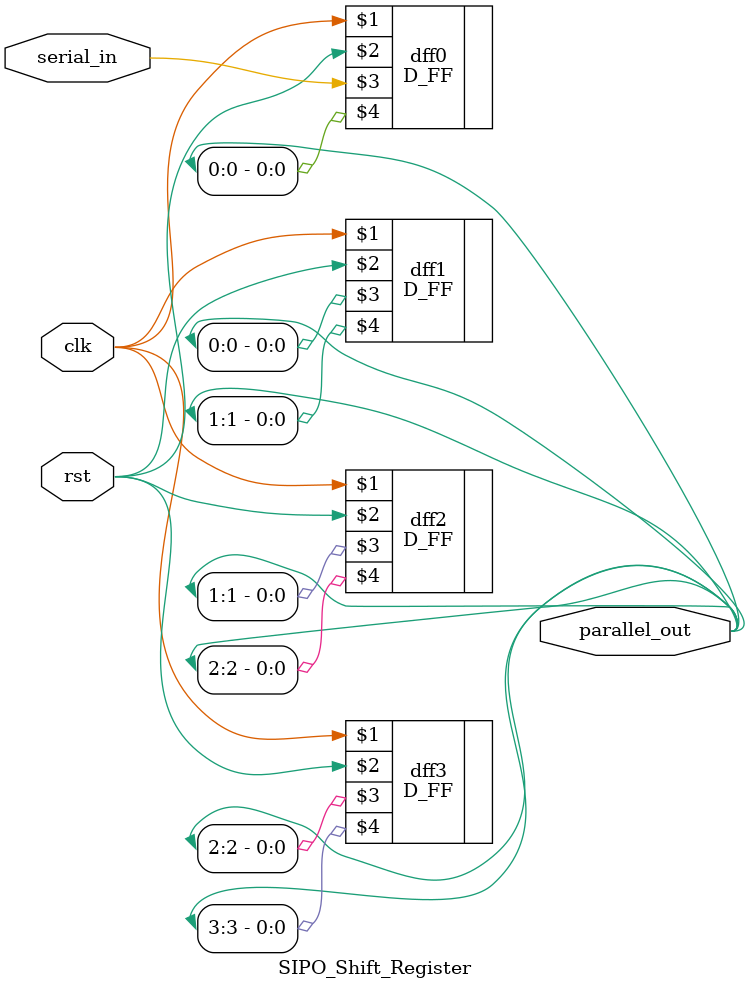
<source format=v>
module SIPO_Shift_Register (
    input clk,
    input rst,
    input serial_in,
    output wire [3:0] parallel_out
);
    D_FF dff0(clk, rst, serial_in, parallel_out[0]);
    D_FF dff1(clk, rst, parallel_out[0], parallel_out[1]);
    D_FF dff2(clk, rst, parallel_out[1], parallel_out[2]);
    D_FF dff3(clk, rst, parallel_out[2], parallel_out[3]);

endmodule
</source>
